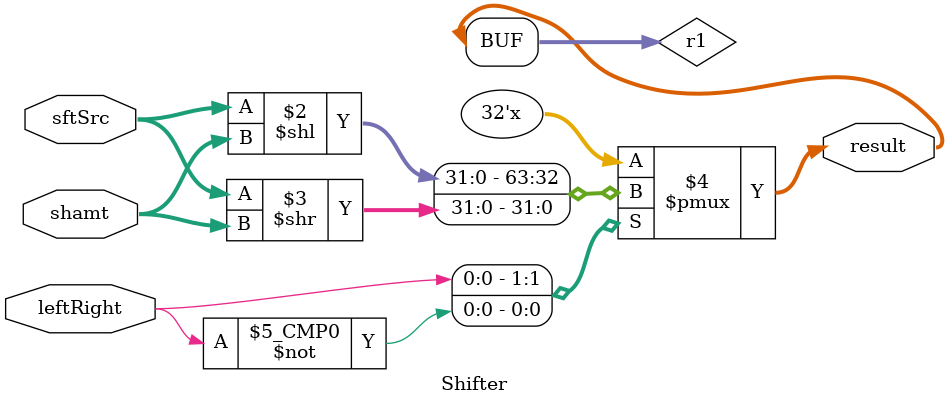
<source format=v>
module Shifter (
    leftRight,
    shamt,
    sftSrc,
    result
);

  //I/O ports
  input leftRight;
  input [5-1:0] shamt;
  input [32-1:0] sftSrc;

  output [32-1:0] result;

  //Internal Signals
  wire [32-1:0] result;

  //Main function
  reg[31:0] r1;
  always @* begin
    case (leftRight)
      1'b1: r1 = sftSrc << shamt;  // Logical shift left
      1'b0: r1 = sftSrc >> shamt;  // Logical shift right
    endcase
  end
  assign result = r1;
endmodule

</source>
